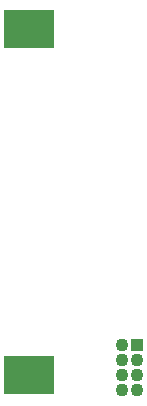
<source format=gbr>
%TF.GenerationSoftware,Altium Limited,Altium Designer,22.11.1 (43)*%
G04 Layer_Color=16711935*
%FSLAX45Y45*%
%MOMM*%
%TF.SameCoordinates,9689AE11-03B8-4921-899C-892E986EC91F*%
%TF.FilePolarity,Negative*%
%TF.FileFunction,Soldermask,Bot*%
%TF.Part,Single*%
G01*
G75*
%TA.AperFunction,SMDPad,CuDef*%
%ADD74R,4.30160X3.30160*%
%ADD75R,1.10160X1.10160*%
%TA.AperFunction,BGAPad,CuDef*%
%ADD76C,1.10160*%
D74*
X1075000Y3165000D02*
D03*
Y235000D02*
D03*
D75*
X1988500Y490500D02*
D03*
D76*
X1861500D02*
D03*
X1988500Y363500D02*
D03*
X1861500D02*
D03*
X1988500Y236500D02*
D03*
X1861500D02*
D03*
X1988500Y109500D02*
D03*
X1861500D02*
D03*
%TF.MD5,67c4234f4a48ab4be58abfbb1fbbbc7a*%
M02*

</source>
